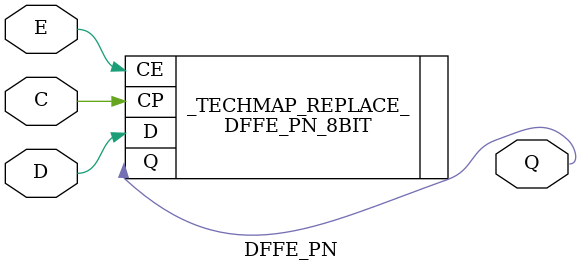
<source format=v>
module \$dffe (CLK, EN, D, Q);


parameter CLK_POLARITY = 0;
parameter EN_POLARITY = 0;
parameter WIDTH = 0;


input CLK;
input EN;
input  [WIDTH-1:0] D;
output reg [WIDTH-1:0] Q;


if (CLK_POLARITY && EN_POLARITY)
    DFFE_PN _TECHMAP_REPLACE_(.C(CLK), .E(~EN), .D(D), .Q(Q));
if (CLK_POLARITY && !EN_POLARITY)
    DFFE_PN _TECHMAP_REPLACE_(.C(CLK), .E(EN), .D(D), .Q(Q));
if (!CLK_POLARITY && EN_POLARITY)
    DFFE_PN _TECHMAP_REPLACE_(.C(~CLK), .E(~EN), .D(D), .Q(Q));
if (!CLK_POLARITY && !EN_POLARITY)
    DFFE_PN _TECHMAP_REPLACE_(.C(~CLK), .E(EN), .D(D), .Q(Q));


endmodule


// D-type FlipFlop with enable, Positive clock, negative enable
module DFFE_PN (D, C, E, Q);

parameter \CLK_POLARITY = 0;
parameter \EN_POLARITY = 0;
parameter \WIDTH = 0;

output Q;
input E;
input C;
input D;


DFFE_PN_8BIT _TECHMAP_REPLACE_(.D(D), .CP(C), .CE(E), .Q(Q));
endmodule
</source>
